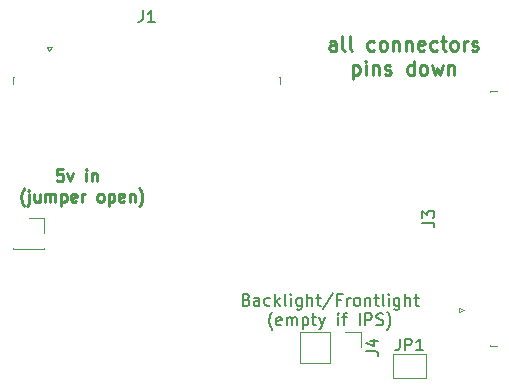
<source format=gto>
G04 #@! TF.GenerationSoftware,KiCad,Pcbnew,(5.1.6)-1*
G04 #@! TF.CreationDate,2020-08-20T18:03:11-07:00*
G04 #@! TF.ProjectId,dualscreen_sp,6475616c-7363-4726-9565-6e5f73702e6b,rev?*
G04 #@! TF.SameCoordinates,Original*
G04 #@! TF.FileFunction,Legend,Top*
G04 #@! TF.FilePolarity,Positive*
%FSLAX46Y46*%
G04 Gerber Fmt 4.6, Leading zero omitted, Abs format (unit mm)*
G04 Created by KiCad (PCBNEW (5.1.6)-1) date 2020-08-20 18:03:11*
%MOMM*%
%LPD*%
G01*
G04 APERTURE LIST*
%ADD10C,0.250000*%
%ADD11C,0.150000*%
%ADD12C,0.120000*%
G04 APERTURE END LIST*
D10*
X16007142Y232142D02*
X16007142Y860714D01*
X15950000Y975000D01*
X15835714Y1032142D01*
X15607142Y1032142D01*
X15492857Y975000D01*
X16007142Y289285D02*
X15892857Y232142D01*
X15607142Y232142D01*
X15492857Y289285D01*
X15435714Y403571D01*
X15435714Y517857D01*
X15492857Y632142D01*
X15607142Y689285D01*
X15892857Y689285D01*
X16007142Y746428D01*
X16750000Y232142D02*
X16635714Y289285D01*
X16578571Y403571D01*
X16578571Y1432142D01*
X17378571Y232142D02*
X17264285Y289285D01*
X17207142Y403571D01*
X17207142Y1432142D01*
X19264285Y289285D02*
X19150000Y232142D01*
X18921428Y232142D01*
X18807142Y289285D01*
X18750000Y346428D01*
X18692857Y460714D01*
X18692857Y803571D01*
X18750000Y917857D01*
X18807142Y975000D01*
X18921428Y1032142D01*
X19150000Y1032142D01*
X19264285Y975000D01*
X19950000Y232142D02*
X19835714Y289285D01*
X19778571Y346428D01*
X19721428Y460714D01*
X19721428Y803571D01*
X19778571Y917857D01*
X19835714Y975000D01*
X19950000Y1032142D01*
X20121428Y1032142D01*
X20235714Y975000D01*
X20292857Y917857D01*
X20350000Y803571D01*
X20350000Y460714D01*
X20292857Y346428D01*
X20235714Y289285D01*
X20121428Y232142D01*
X19950000Y232142D01*
X20864285Y1032142D02*
X20864285Y232142D01*
X20864285Y917857D02*
X20921428Y975000D01*
X21035714Y1032142D01*
X21207142Y1032142D01*
X21321428Y975000D01*
X21378571Y860714D01*
X21378571Y232142D01*
X21950000Y1032142D02*
X21950000Y232142D01*
X21950000Y917857D02*
X22007142Y975000D01*
X22121428Y1032142D01*
X22292857Y1032142D01*
X22407142Y975000D01*
X22464285Y860714D01*
X22464285Y232142D01*
X23492857Y289285D02*
X23378571Y232142D01*
X23150000Y232142D01*
X23035714Y289285D01*
X22978571Y403571D01*
X22978571Y860714D01*
X23035714Y975000D01*
X23150000Y1032142D01*
X23378571Y1032142D01*
X23492857Y975000D01*
X23550000Y860714D01*
X23550000Y746428D01*
X22978571Y632142D01*
X24578571Y289285D02*
X24464285Y232142D01*
X24235714Y232142D01*
X24121428Y289285D01*
X24064285Y346428D01*
X24007142Y460714D01*
X24007142Y803571D01*
X24064285Y917857D01*
X24121428Y975000D01*
X24235714Y1032142D01*
X24464285Y1032142D01*
X24578571Y975000D01*
X24921428Y1032142D02*
X25378571Y1032142D01*
X25092857Y1432142D02*
X25092857Y403571D01*
X25150000Y289285D01*
X25264285Y232142D01*
X25378571Y232142D01*
X25950000Y232142D02*
X25835714Y289285D01*
X25778571Y346428D01*
X25721428Y460714D01*
X25721428Y803571D01*
X25778571Y917857D01*
X25835714Y975000D01*
X25950000Y1032142D01*
X26121428Y1032142D01*
X26235714Y975000D01*
X26292857Y917857D01*
X26350000Y803571D01*
X26350000Y460714D01*
X26292857Y346428D01*
X26235714Y289285D01*
X26121428Y232142D01*
X25950000Y232142D01*
X26864285Y232142D02*
X26864285Y1032142D01*
X26864285Y803571D02*
X26921428Y917857D01*
X26978571Y975000D01*
X27092857Y1032142D01*
X27207142Y1032142D01*
X27550000Y289285D02*
X27664285Y232142D01*
X27892857Y232142D01*
X28007142Y289285D01*
X28064285Y403571D01*
X28064285Y460714D01*
X28007142Y575000D01*
X27892857Y632142D01*
X27721428Y632142D01*
X27607142Y689285D01*
X27550000Y803571D01*
X27550000Y860714D01*
X27607142Y975000D01*
X27721428Y1032142D01*
X27892857Y1032142D01*
X28007142Y975000D01*
X17464285Y-1017857D02*
X17464285Y-2217857D01*
X17464285Y-1075000D02*
X17578571Y-1017857D01*
X17807142Y-1017857D01*
X17921428Y-1075000D01*
X17978571Y-1132142D01*
X18035714Y-1246428D01*
X18035714Y-1589285D01*
X17978571Y-1703571D01*
X17921428Y-1760714D01*
X17807142Y-1817857D01*
X17578571Y-1817857D01*
X17464285Y-1760714D01*
X18550000Y-1817857D02*
X18550000Y-1017857D01*
X18550000Y-617857D02*
X18492857Y-675000D01*
X18550000Y-732142D01*
X18607142Y-675000D01*
X18550000Y-617857D01*
X18550000Y-732142D01*
X19121428Y-1017857D02*
X19121428Y-1817857D01*
X19121428Y-1132142D02*
X19178571Y-1075000D01*
X19292857Y-1017857D01*
X19464285Y-1017857D01*
X19578571Y-1075000D01*
X19635714Y-1189285D01*
X19635714Y-1817857D01*
X20150000Y-1760714D02*
X20264285Y-1817857D01*
X20492857Y-1817857D01*
X20607142Y-1760714D01*
X20664285Y-1646428D01*
X20664285Y-1589285D01*
X20607142Y-1475000D01*
X20492857Y-1417857D01*
X20321428Y-1417857D01*
X20207142Y-1360714D01*
X20150000Y-1246428D01*
X20150000Y-1189285D01*
X20207142Y-1075000D01*
X20321428Y-1017857D01*
X20492857Y-1017857D01*
X20607142Y-1075000D01*
X22607142Y-1817857D02*
X22607142Y-617857D01*
X22607142Y-1760714D02*
X22492857Y-1817857D01*
X22264285Y-1817857D01*
X22150000Y-1760714D01*
X22092857Y-1703571D01*
X22035714Y-1589285D01*
X22035714Y-1246428D01*
X22092857Y-1132142D01*
X22150000Y-1075000D01*
X22264285Y-1017857D01*
X22492857Y-1017857D01*
X22607142Y-1075000D01*
X23350000Y-1817857D02*
X23235714Y-1760714D01*
X23178571Y-1703571D01*
X23121428Y-1589285D01*
X23121428Y-1246428D01*
X23178571Y-1132142D01*
X23235714Y-1075000D01*
X23350000Y-1017857D01*
X23521428Y-1017857D01*
X23635714Y-1075000D01*
X23692857Y-1132142D01*
X23750000Y-1246428D01*
X23750000Y-1589285D01*
X23692857Y-1703571D01*
X23635714Y-1760714D01*
X23521428Y-1817857D01*
X23350000Y-1817857D01*
X24150000Y-1017857D02*
X24378571Y-1817857D01*
X24607142Y-1246428D01*
X24835714Y-1817857D01*
X25064285Y-1017857D01*
X25521428Y-1017857D02*
X25521428Y-1817857D01*
X25521428Y-1132142D02*
X25578571Y-1075000D01*
X25692857Y-1017857D01*
X25864285Y-1017857D01*
X25978571Y-1075000D01*
X26035714Y-1189285D01*
X26035714Y-1817857D01*
D11*
X8452380Y-20853571D02*
X8595238Y-20901190D01*
X8642857Y-20948809D01*
X8690476Y-21044047D01*
X8690476Y-21186904D01*
X8642857Y-21282142D01*
X8595238Y-21329761D01*
X8500000Y-21377380D01*
X8119047Y-21377380D01*
X8119047Y-20377380D01*
X8452380Y-20377380D01*
X8547619Y-20425000D01*
X8595238Y-20472619D01*
X8642857Y-20567857D01*
X8642857Y-20663095D01*
X8595238Y-20758333D01*
X8547619Y-20805952D01*
X8452380Y-20853571D01*
X8119047Y-20853571D01*
X9547619Y-21377380D02*
X9547619Y-20853571D01*
X9500000Y-20758333D01*
X9404761Y-20710714D01*
X9214285Y-20710714D01*
X9119047Y-20758333D01*
X9547619Y-21329761D02*
X9452380Y-21377380D01*
X9214285Y-21377380D01*
X9119047Y-21329761D01*
X9071428Y-21234523D01*
X9071428Y-21139285D01*
X9119047Y-21044047D01*
X9214285Y-20996428D01*
X9452380Y-20996428D01*
X9547619Y-20948809D01*
X10452380Y-21329761D02*
X10357142Y-21377380D01*
X10166666Y-21377380D01*
X10071428Y-21329761D01*
X10023809Y-21282142D01*
X9976190Y-21186904D01*
X9976190Y-20901190D01*
X10023809Y-20805952D01*
X10071428Y-20758333D01*
X10166666Y-20710714D01*
X10357142Y-20710714D01*
X10452380Y-20758333D01*
X10880952Y-21377380D02*
X10880952Y-20377380D01*
X10976190Y-20996428D02*
X11261904Y-21377380D01*
X11261904Y-20710714D02*
X10880952Y-21091666D01*
X11833333Y-21377380D02*
X11738095Y-21329761D01*
X11690476Y-21234523D01*
X11690476Y-20377380D01*
X12214285Y-21377380D02*
X12214285Y-20710714D01*
X12214285Y-20377380D02*
X12166666Y-20425000D01*
X12214285Y-20472619D01*
X12261904Y-20425000D01*
X12214285Y-20377380D01*
X12214285Y-20472619D01*
X13119047Y-20710714D02*
X13119047Y-21520238D01*
X13071428Y-21615476D01*
X13023809Y-21663095D01*
X12928571Y-21710714D01*
X12785714Y-21710714D01*
X12690476Y-21663095D01*
X13119047Y-21329761D02*
X13023809Y-21377380D01*
X12833333Y-21377380D01*
X12738095Y-21329761D01*
X12690476Y-21282142D01*
X12642857Y-21186904D01*
X12642857Y-20901190D01*
X12690476Y-20805952D01*
X12738095Y-20758333D01*
X12833333Y-20710714D01*
X13023809Y-20710714D01*
X13119047Y-20758333D01*
X13595238Y-21377380D02*
X13595238Y-20377380D01*
X14023809Y-21377380D02*
X14023809Y-20853571D01*
X13976190Y-20758333D01*
X13880952Y-20710714D01*
X13738095Y-20710714D01*
X13642857Y-20758333D01*
X13595238Y-20805952D01*
X14357142Y-20710714D02*
X14738095Y-20710714D01*
X14500000Y-20377380D02*
X14500000Y-21234523D01*
X14547619Y-21329761D01*
X14642857Y-21377380D01*
X14738095Y-21377380D01*
X15785714Y-20329761D02*
X14928571Y-21615476D01*
X16452380Y-20853571D02*
X16119047Y-20853571D01*
X16119047Y-21377380D02*
X16119047Y-20377380D01*
X16595238Y-20377380D01*
X16976190Y-21377380D02*
X16976190Y-20710714D01*
X16976190Y-20901190D02*
X17023809Y-20805952D01*
X17071428Y-20758333D01*
X17166666Y-20710714D01*
X17261904Y-20710714D01*
X17738095Y-21377380D02*
X17642857Y-21329761D01*
X17595238Y-21282142D01*
X17547619Y-21186904D01*
X17547619Y-20901190D01*
X17595238Y-20805952D01*
X17642857Y-20758333D01*
X17738095Y-20710714D01*
X17880952Y-20710714D01*
X17976190Y-20758333D01*
X18023809Y-20805952D01*
X18071428Y-20901190D01*
X18071428Y-21186904D01*
X18023809Y-21282142D01*
X17976190Y-21329761D01*
X17880952Y-21377380D01*
X17738095Y-21377380D01*
X18500000Y-20710714D02*
X18500000Y-21377380D01*
X18500000Y-20805952D02*
X18547619Y-20758333D01*
X18642857Y-20710714D01*
X18785714Y-20710714D01*
X18880952Y-20758333D01*
X18928571Y-20853571D01*
X18928571Y-21377380D01*
X19261904Y-20710714D02*
X19642857Y-20710714D01*
X19404761Y-20377380D02*
X19404761Y-21234523D01*
X19452380Y-21329761D01*
X19547619Y-21377380D01*
X19642857Y-21377380D01*
X20119047Y-21377380D02*
X20023809Y-21329761D01*
X19976190Y-21234523D01*
X19976190Y-20377380D01*
X20500000Y-21377380D02*
X20500000Y-20710714D01*
X20500000Y-20377380D02*
X20452380Y-20425000D01*
X20500000Y-20472619D01*
X20547619Y-20425000D01*
X20500000Y-20377380D01*
X20500000Y-20472619D01*
X21404761Y-20710714D02*
X21404761Y-21520238D01*
X21357142Y-21615476D01*
X21309523Y-21663095D01*
X21214285Y-21710714D01*
X21071428Y-21710714D01*
X20976190Y-21663095D01*
X21404761Y-21329761D02*
X21309523Y-21377380D01*
X21119047Y-21377380D01*
X21023809Y-21329761D01*
X20976190Y-21282142D01*
X20928571Y-21186904D01*
X20928571Y-20901190D01*
X20976190Y-20805952D01*
X21023809Y-20758333D01*
X21119047Y-20710714D01*
X21309523Y-20710714D01*
X21404761Y-20758333D01*
X21880952Y-21377380D02*
X21880952Y-20377380D01*
X22309523Y-21377380D02*
X22309523Y-20853571D01*
X22261904Y-20758333D01*
X22166666Y-20710714D01*
X22023809Y-20710714D01*
X21928571Y-20758333D01*
X21880952Y-20805952D01*
X22642857Y-20710714D02*
X23023809Y-20710714D01*
X22785714Y-20377380D02*
X22785714Y-21234523D01*
X22833333Y-21329761D01*
X22928571Y-21377380D01*
X23023809Y-21377380D01*
X10642857Y-23408333D02*
X10595238Y-23360714D01*
X10500000Y-23217857D01*
X10452380Y-23122619D01*
X10404761Y-22979761D01*
X10357142Y-22741666D01*
X10357142Y-22551190D01*
X10404761Y-22313095D01*
X10452380Y-22170238D01*
X10500000Y-22075000D01*
X10595238Y-21932142D01*
X10642857Y-21884523D01*
X11404761Y-22979761D02*
X11309523Y-23027380D01*
X11119047Y-23027380D01*
X11023809Y-22979761D01*
X10976190Y-22884523D01*
X10976190Y-22503571D01*
X11023809Y-22408333D01*
X11119047Y-22360714D01*
X11309523Y-22360714D01*
X11404761Y-22408333D01*
X11452380Y-22503571D01*
X11452380Y-22598809D01*
X10976190Y-22694047D01*
X11880952Y-23027380D02*
X11880952Y-22360714D01*
X11880952Y-22455952D02*
X11928571Y-22408333D01*
X12023809Y-22360714D01*
X12166666Y-22360714D01*
X12261904Y-22408333D01*
X12309523Y-22503571D01*
X12309523Y-23027380D01*
X12309523Y-22503571D02*
X12357142Y-22408333D01*
X12452380Y-22360714D01*
X12595238Y-22360714D01*
X12690476Y-22408333D01*
X12738095Y-22503571D01*
X12738095Y-23027380D01*
X13214285Y-22360714D02*
X13214285Y-23360714D01*
X13214285Y-22408333D02*
X13309523Y-22360714D01*
X13500000Y-22360714D01*
X13595238Y-22408333D01*
X13642857Y-22455952D01*
X13690476Y-22551190D01*
X13690476Y-22836904D01*
X13642857Y-22932142D01*
X13595238Y-22979761D01*
X13500000Y-23027380D01*
X13309523Y-23027380D01*
X13214285Y-22979761D01*
X13976190Y-22360714D02*
X14357142Y-22360714D01*
X14119047Y-22027380D02*
X14119047Y-22884523D01*
X14166666Y-22979761D01*
X14261904Y-23027380D01*
X14357142Y-23027380D01*
X14595238Y-22360714D02*
X14833333Y-23027380D01*
X15071428Y-22360714D02*
X14833333Y-23027380D01*
X14738095Y-23265476D01*
X14690476Y-23313095D01*
X14595238Y-23360714D01*
X16214285Y-23027380D02*
X16214285Y-22360714D01*
X16214285Y-22027380D02*
X16166666Y-22075000D01*
X16214285Y-22122619D01*
X16261904Y-22075000D01*
X16214285Y-22027380D01*
X16214285Y-22122619D01*
X16547619Y-22360714D02*
X16928571Y-22360714D01*
X16690476Y-23027380D02*
X16690476Y-22170238D01*
X16738095Y-22075000D01*
X16833333Y-22027380D01*
X16928571Y-22027380D01*
X18023809Y-23027380D02*
X18023809Y-22027380D01*
X18500000Y-23027380D02*
X18500000Y-22027380D01*
X18880952Y-22027380D01*
X18976190Y-22075000D01*
X19023809Y-22122619D01*
X19071428Y-22217857D01*
X19071428Y-22360714D01*
X19023809Y-22455952D01*
X18976190Y-22503571D01*
X18880952Y-22551190D01*
X18500000Y-22551190D01*
X19452380Y-22979761D02*
X19595238Y-23027380D01*
X19833333Y-23027380D01*
X19928571Y-22979761D01*
X19976190Y-22932142D01*
X20023809Y-22836904D01*
X20023809Y-22741666D01*
X19976190Y-22646428D01*
X19928571Y-22598809D01*
X19833333Y-22551190D01*
X19642857Y-22503571D01*
X19547619Y-22455952D01*
X19500000Y-22408333D01*
X19452380Y-22313095D01*
X19452380Y-22217857D01*
X19500000Y-22122619D01*
X19547619Y-22075000D01*
X19642857Y-22027380D01*
X19880952Y-22027380D01*
X20023809Y-22075000D01*
X20357142Y-23408333D02*
X20404761Y-23360714D01*
X20500000Y-23217857D01*
X20547619Y-23122619D01*
X20595238Y-22979761D01*
X20642857Y-22741666D01*
X20642857Y-22551190D01*
X20595238Y-22313095D01*
X20547619Y-22170238D01*
X20500000Y-22075000D01*
X20404761Y-21932142D01*
X20357142Y-21884523D01*
D10*
X-7095238Y-9827380D02*
X-7571428Y-9827380D01*
X-7619047Y-10303571D01*
X-7571428Y-10255952D01*
X-7476190Y-10208333D01*
X-7238095Y-10208333D01*
X-7142857Y-10255952D01*
X-7095238Y-10303571D01*
X-7047619Y-10398809D01*
X-7047619Y-10636904D01*
X-7095238Y-10732142D01*
X-7142857Y-10779761D01*
X-7238095Y-10827380D01*
X-7476190Y-10827380D01*
X-7571428Y-10779761D01*
X-7619047Y-10732142D01*
X-6714285Y-10160714D02*
X-6476190Y-10827380D01*
X-6238095Y-10160714D01*
X-5095238Y-10827380D02*
X-5095238Y-10160714D01*
X-5095238Y-9827380D02*
X-5142857Y-9875000D01*
X-5095238Y-9922619D01*
X-5047619Y-9875000D01*
X-5095238Y-9827380D01*
X-5095238Y-9922619D01*
X-4619047Y-10160714D02*
X-4619047Y-10827380D01*
X-4619047Y-10255952D02*
X-4571428Y-10208333D01*
X-4476190Y-10160714D01*
X-4333333Y-10160714D01*
X-4238095Y-10208333D01*
X-4190476Y-10303571D01*
X-4190476Y-10827380D01*
X-10357142Y-12958333D02*
X-10404761Y-12910714D01*
X-10500000Y-12767857D01*
X-10547619Y-12672619D01*
X-10595238Y-12529761D01*
X-10642857Y-12291666D01*
X-10642857Y-12101190D01*
X-10595238Y-11863095D01*
X-10547619Y-11720238D01*
X-10500000Y-11625000D01*
X-10404761Y-11482142D01*
X-10357142Y-11434523D01*
X-9976190Y-11910714D02*
X-9976190Y-12767857D01*
X-10023809Y-12863095D01*
X-10119047Y-12910714D01*
X-10166666Y-12910714D01*
X-9976190Y-11577380D02*
X-10023809Y-11625000D01*
X-9976190Y-11672619D01*
X-9928571Y-11625000D01*
X-9976190Y-11577380D01*
X-9976190Y-11672619D01*
X-9071428Y-11910714D02*
X-9071428Y-12577380D01*
X-9500000Y-11910714D02*
X-9500000Y-12434523D01*
X-9452380Y-12529761D01*
X-9357142Y-12577380D01*
X-9214285Y-12577380D01*
X-9119047Y-12529761D01*
X-9071428Y-12482142D01*
X-8595238Y-12577380D02*
X-8595238Y-11910714D01*
X-8595238Y-12005952D02*
X-8547619Y-11958333D01*
X-8452380Y-11910714D01*
X-8309523Y-11910714D01*
X-8214285Y-11958333D01*
X-8166666Y-12053571D01*
X-8166666Y-12577380D01*
X-8166666Y-12053571D02*
X-8119047Y-11958333D01*
X-8023809Y-11910714D01*
X-7880952Y-11910714D01*
X-7785714Y-11958333D01*
X-7738095Y-12053571D01*
X-7738095Y-12577380D01*
X-7261904Y-11910714D02*
X-7261904Y-12910714D01*
X-7261904Y-11958333D02*
X-7166666Y-11910714D01*
X-6976190Y-11910714D01*
X-6880952Y-11958333D01*
X-6833333Y-12005952D01*
X-6785714Y-12101190D01*
X-6785714Y-12386904D01*
X-6833333Y-12482142D01*
X-6880952Y-12529761D01*
X-6976190Y-12577380D01*
X-7166666Y-12577380D01*
X-7261904Y-12529761D01*
X-5976190Y-12529761D02*
X-6071428Y-12577380D01*
X-6261904Y-12577380D01*
X-6357142Y-12529761D01*
X-6404761Y-12434523D01*
X-6404761Y-12053571D01*
X-6357142Y-11958333D01*
X-6261904Y-11910714D01*
X-6071428Y-11910714D01*
X-5976190Y-11958333D01*
X-5928571Y-12053571D01*
X-5928571Y-12148809D01*
X-6404761Y-12244047D01*
X-5500000Y-12577380D02*
X-5500000Y-11910714D01*
X-5500000Y-12101190D02*
X-5452380Y-12005952D01*
X-5404761Y-11958333D01*
X-5309523Y-11910714D01*
X-5214285Y-11910714D01*
X-3976190Y-12577380D02*
X-4071428Y-12529761D01*
X-4119047Y-12482142D01*
X-4166666Y-12386904D01*
X-4166666Y-12101190D01*
X-4119047Y-12005952D01*
X-4071428Y-11958333D01*
X-3976190Y-11910714D01*
X-3833333Y-11910714D01*
X-3738095Y-11958333D01*
X-3690476Y-12005952D01*
X-3642857Y-12101190D01*
X-3642857Y-12386904D01*
X-3690476Y-12482142D01*
X-3738095Y-12529761D01*
X-3833333Y-12577380D01*
X-3976190Y-12577380D01*
X-3214285Y-11910714D02*
X-3214285Y-12910714D01*
X-3214285Y-11958333D02*
X-3119047Y-11910714D01*
X-2928571Y-11910714D01*
X-2833333Y-11958333D01*
X-2785714Y-12005952D01*
X-2738095Y-12101190D01*
X-2738095Y-12386904D01*
X-2785714Y-12482142D01*
X-2833333Y-12529761D01*
X-2928571Y-12577380D01*
X-3119047Y-12577380D01*
X-3214285Y-12529761D01*
X-1928571Y-12529761D02*
X-2023809Y-12577380D01*
X-2214285Y-12577380D01*
X-2309523Y-12529761D01*
X-2357142Y-12434523D01*
X-2357142Y-12053571D01*
X-2309523Y-11958333D01*
X-2214285Y-11910714D01*
X-2023809Y-11910714D01*
X-1928571Y-11958333D01*
X-1880952Y-12053571D01*
X-1880952Y-12148809D01*
X-2357142Y-12244047D01*
X-1452380Y-11910714D02*
X-1452380Y-12577380D01*
X-1452380Y-12005952D02*
X-1404761Y-11958333D01*
X-1309523Y-11910714D01*
X-1166666Y-11910714D01*
X-1071428Y-11958333D01*
X-1023809Y-12053571D01*
X-1023809Y-12577380D01*
X-642857Y-12958333D02*
X-595238Y-12910714D01*
X-500000Y-12767857D01*
X-452380Y-12672619D01*
X-404761Y-12529761D01*
X-357142Y-12291666D01*
X-357142Y-12101190D01*
X-404761Y-11863095D01*
X-452380Y-11720238D01*
X-500000Y-11625000D01*
X-595238Y-11482142D01*
X-642857Y-11434523D01*
D12*
X20850000Y-27500000D02*
X20850000Y-25500000D01*
X23650000Y-27500000D02*
X20850000Y-27500000D01*
X23650000Y-25500000D02*
X23650000Y-27500000D01*
X20850000Y-25500000D02*
X23650000Y-25500000D01*
X-11330000Y-16580000D02*
X-8670000Y-16580000D01*
X-11330000Y-16460000D02*
X-11330000Y-16580000D01*
X-8670000Y-16460000D02*
X-8670000Y-16580000D01*
X-8670000Y-13920000D02*
X-8670000Y-15250000D01*
X-10000000Y-13920000D02*
X-8670000Y-13920000D01*
X29040000Y-24715000D02*
X29040000Y-24825000D01*
X29040000Y-24825000D02*
X29640000Y-24825000D01*
X29040000Y-3285000D02*
X29040000Y-3175000D01*
X29040000Y-3175000D02*
X29640000Y-3175000D01*
X26450000Y-21950000D02*
X26850000Y-21750000D01*
X26850000Y-21750000D02*
X26450000Y-21550000D01*
X26450000Y-21550000D02*
X26450000Y-21950000D01*
X-11215000Y-2040000D02*
X-11325000Y-2040000D01*
X-11325000Y-2040000D02*
X-11325000Y-2640000D01*
X11215000Y-2040000D02*
X11325000Y-2040000D01*
X11325000Y-2040000D02*
X11325000Y-2640000D01*
X-8450000Y550000D02*
X-8250000Y150000D01*
X-8250000Y150000D02*
X-8050000Y550000D01*
X-8050000Y550000D02*
X-8450000Y550000D01*
X12950000Y-23574000D02*
X12950000Y-26234000D01*
X15550000Y-23574000D02*
X12950000Y-23574000D01*
X15550000Y-26234000D02*
X12950000Y-26234000D01*
X15550000Y-23574000D02*
X15550000Y-26234000D01*
X16820000Y-23574000D02*
X18150000Y-23574000D01*
X18150000Y-23574000D02*
X18150000Y-24904000D01*
D11*
X21416666Y-24152380D02*
X21416666Y-24866666D01*
X21369047Y-25009523D01*
X21273809Y-25104761D01*
X21130952Y-25152380D01*
X21035714Y-25152380D01*
X21892857Y-25152380D02*
X21892857Y-24152380D01*
X22273809Y-24152380D01*
X22369047Y-24200000D01*
X22416666Y-24247619D01*
X22464285Y-24342857D01*
X22464285Y-24485714D01*
X22416666Y-24580952D01*
X22369047Y-24628571D01*
X22273809Y-24676190D01*
X21892857Y-24676190D01*
X23416666Y-25152380D02*
X22845238Y-25152380D01*
X23130952Y-25152380D02*
X23130952Y-24152380D01*
X23035714Y-24295238D01*
X22940476Y-24390476D01*
X22845238Y-24438095D01*
X23352380Y-14333333D02*
X24066666Y-14333333D01*
X24209523Y-14380952D01*
X24304761Y-14476190D01*
X24352380Y-14619047D01*
X24352380Y-14714285D01*
X23352380Y-13952380D02*
X23352380Y-13333333D01*
X23733333Y-13666666D01*
X23733333Y-13523809D01*
X23780952Y-13428571D01*
X23828571Y-13380952D01*
X23923809Y-13333333D01*
X24161904Y-13333333D01*
X24257142Y-13380952D01*
X24304761Y-13428571D01*
X24352380Y-13523809D01*
X24352380Y-13809523D01*
X24304761Y-13904761D01*
X24257142Y-13952380D01*
X-333333Y3647619D02*
X-333333Y2933333D01*
X-380952Y2790476D01*
X-476190Y2695238D01*
X-619047Y2647619D01*
X-714285Y2647619D01*
X666666Y2647619D02*
X95238Y2647619D01*
X380952Y2647619D02*
X380952Y3647619D01*
X285714Y3504761D01*
X190476Y3409523D01*
X95238Y3361904D01*
X18602380Y-25237333D02*
X19316666Y-25237333D01*
X19459523Y-25284952D01*
X19554761Y-25380190D01*
X19602380Y-25523047D01*
X19602380Y-25618285D01*
X18935714Y-24332571D02*
X19602380Y-24332571D01*
X18554761Y-24570666D02*
X19269047Y-24808761D01*
X19269047Y-24189714D01*
M02*

</source>
